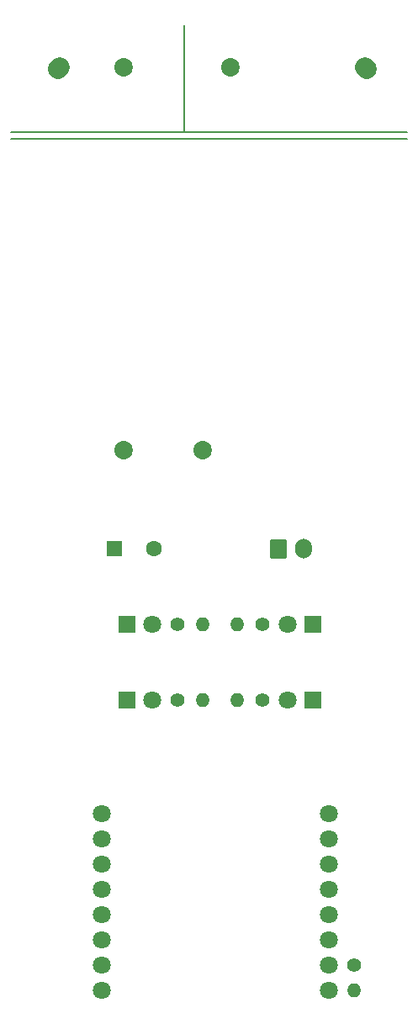
<source format=gbr>
G04 #@! TF.GenerationSoftware,KiCad,Pcbnew,(5.0.0)*
G04 #@! TF.CreationDate,2019-02-10T16:52:55+01:00*
G04 #@! TF.ProjectId,MrReflow,4D725265666C6F772E6B696361645F70,rev?*
G04 #@! TF.SameCoordinates,Original*
G04 #@! TF.FileFunction,Copper,L1,Top,Signal*
G04 #@! TF.FilePolarity,Positive*
%FSLAX46Y46*%
G04 Gerber Fmt 4.6, Leading zero omitted, Abs format (unit mm)*
G04 Created by KiCad (PCBNEW (5.0.0)) date 02/10/19 16:52:55*
%MOMM*%
%LPD*%
G01*
G04 APERTURE LIST*
G04 #@! TA.AperFunction,ComponentPad*
%ADD10C,2.000000*%
G04 #@! TD*
G04 #@! TA.AperFunction,ComponentPad*
%ADD11C,1.860000*%
G04 #@! TD*
G04 #@! TA.AperFunction,ComponentPad*
%ADD12C,1.600000*%
G04 #@! TD*
G04 #@! TA.AperFunction,ComponentPad*
%ADD13R,1.600000X1.600000*%
G04 #@! TD*
G04 #@! TA.AperFunction,Conductor*
%ADD14C,0.100000*%
G04 #@! TD*
G04 #@! TA.AperFunction,ComponentPad*
%ADD15C,1.700000*%
G04 #@! TD*
G04 #@! TA.AperFunction,ComponentPad*
%ADD16O,1.700000X2.000000*%
G04 #@! TD*
G04 #@! TA.AperFunction,ComponentPad*
%ADD17C,1.800000*%
G04 #@! TD*
G04 #@! TA.AperFunction,ComponentPad*
%ADD18R,1.800000X1.800000*%
G04 #@! TD*
G04 #@! TA.AperFunction,ComponentPad*
%ADD19C,1.400000*%
G04 #@! TD*
G04 #@! TA.AperFunction,ComponentPad*
%ADD20O,1.400000X1.400000*%
G04 #@! TD*
G04 #@! TA.AperFunction,Conductor*
%ADD21C,0.200000*%
G04 #@! TD*
G04 #@! TA.AperFunction,Conductor*
%ADD22C,2.000000*%
G04 #@! TD*
G04 APERTURE END LIST*
D10*
G04 #@! TO.P,H2,1*
G04 #@! TO.N,Net-(H2-Pad1)*
X179070000Y-40640000D03*
G04 #@! TD*
G04 #@! TO.P,H1,1*
G04 #@! TO.N,Net-(H1-Pad1)*
X147955000Y-40640000D03*
G04 #@! TD*
D11*
G04 #@! TO.P,U1,AC/L*
G04 #@! TO.N,Net-(H1-Pad1)*
X154580000Y-40440000D03*
G04 #@! TO.P,U1,AC/N*
G04 #@! TO.N,Net-(H2-Pad1)*
X165330000Y-40440000D03*
G04 #@! TO.P,U1,VNEG*
G04 #@! TO.N,Net-(BZ1-Pad2)*
X154580000Y-78940000D03*
G04 #@! TO.P,U1,VPOS*
G04 #@! TO.N,Net-(U1-PadVPOS)*
X162580000Y-78940000D03*
G04 #@! TD*
D12*
G04 #@! TO.P,BZ1,2*
G04 #@! TO.N,Net-(BZ1-Pad2)*
X157670000Y-88900000D03*
D13*
G04 #@! TO.P,BZ1,1*
G04 #@! TO.N,Net-(BZ1-Pad1)*
X153670000Y-88900000D03*
G04 #@! TD*
D14*
G04 #@! TO.N,Net-(BZ1-Pad2)*
G04 #@! TO.C,R6*
G36*
X170804504Y-87901204D02*
X170828773Y-87904804D01*
X170852571Y-87910765D01*
X170875671Y-87919030D01*
X170897849Y-87929520D01*
X170918893Y-87942133D01*
X170938598Y-87956747D01*
X170956777Y-87973223D01*
X170973253Y-87991402D01*
X170987867Y-88011107D01*
X171000480Y-88032151D01*
X171010970Y-88054329D01*
X171019235Y-88077429D01*
X171025196Y-88101227D01*
X171028796Y-88125496D01*
X171030000Y-88150000D01*
X171030000Y-89650000D01*
X171028796Y-89674504D01*
X171025196Y-89698773D01*
X171019235Y-89722571D01*
X171010970Y-89745671D01*
X171000480Y-89767849D01*
X170987867Y-89788893D01*
X170973253Y-89808598D01*
X170956777Y-89826777D01*
X170938598Y-89843253D01*
X170918893Y-89857867D01*
X170897849Y-89870480D01*
X170875671Y-89880970D01*
X170852571Y-89889235D01*
X170828773Y-89895196D01*
X170804504Y-89898796D01*
X170780000Y-89900000D01*
X169580000Y-89900000D01*
X169555496Y-89898796D01*
X169531227Y-89895196D01*
X169507429Y-89889235D01*
X169484329Y-89880970D01*
X169462151Y-89870480D01*
X169441107Y-89857867D01*
X169421402Y-89843253D01*
X169403223Y-89826777D01*
X169386747Y-89808598D01*
X169372133Y-89788893D01*
X169359520Y-89767849D01*
X169349030Y-89745671D01*
X169340765Y-89722571D01*
X169334804Y-89698773D01*
X169331204Y-89674504D01*
X169330000Y-89650000D01*
X169330000Y-88150000D01*
X169331204Y-88125496D01*
X169334804Y-88101227D01*
X169340765Y-88077429D01*
X169349030Y-88054329D01*
X169359520Y-88032151D01*
X169372133Y-88011107D01*
X169386747Y-87991402D01*
X169403223Y-87973223D01*
X169421402Y-87956747D01*
X169441107Y-87942133D01*
X169462151Y-87929520D01*
X169484329Y-87919030D01*
X169507429Y-87910765D01*
X169531227Y-87904804D01*
X169555496Y-87901204D01*
X169580000Y-87900000D01*
X170780000Y-87900000D01*
X170804504Y-87901204D01*
X170804504Y-87901204D01*
G37*
D15*
G04 #@! TD*
G04 #@! TO.P,R6,1*
G04 #@! TO.N,Net-(BZ1-Pad2)*
X170180000Y-88900000D03*
D16*
G04 #@! TO.P,R6,2*
G04 #@! TO.N,Net-(R5-Pad1)*
X172680000Y-88900000D03*
G04 #@! TD*
D17*
G04 #@! TO.P,D4,2*
G04 #@! TO.N,Net-(D4-Pad2)*
X157480000Y-104140000D03*
D18*
G04 #@! TO.P,D4,1*
G04 #@! TO.N,Net-(D4-Pad1)*
X154940000Y-104140000D03*
G04 #@! TD*
G04 #@! TO.P,D3,1*
G04 #@! TO.N,Net-(D3-Pad1)*
X173675505Y-104140000D03*
D17*
G04 #@! TO.P,D3,2*
G04 #@! TO.N,Net-(D3-Pad2)*
X171135505Y-104140000D03*
G04 #@! TD*
G04 #@! TO.P,D2,2*
G04 #@! TO.N,Net-(D2-Pad2)*
X171135505Y-96520000D03*
D18*
G04 #@! TO.P,D2,1*
G04 #@! TO.N,Net-(D2-Pad1)*
X173675505Y-96520000D03*
G04 #@! TD*
G04 #@! TO.P,D1,1*
G04 #@! TO.N,Net-(D1-Pad1)*
X154940000Y-96520000D03*
D17*
G04 #@! TO.P,D1,2*
G04 #@! TO.N,Net-(D1-Pad2)*
X157480000Y-96520000D03*
G04 #@! TD*
D19*
G04 #@! TO.P,R5,1*
G04 #@! TO.N,Net-(R5-Pad1)*
X177800000Y-130810000D03*
D20*
G04 #@! TO.P,R5,2*
G04 #@! TO.N,Net-(R5-Pad2)*
X177800000Y-133350000D03*
G04 #@! TD*
G04 #@! TO.P,R4,2*
G04 #@! TO.N,Net-(BZ1-Pad2)*
X162560000Y-104140000D03*
D19*
G04 #@! TO.P,R4,1*
G04 #@! TO.N,Net-(D4-Pad2)*
X160020000Y-104140000D03*
G04 #@! TD*
G04 #@! TO.P,R3,1*
G04 #@! TO.N,Net-(D3-Pad2)*
X168595505Y-104140000D03*
D20*
G04 #@! TO.P,R3,2*
G04 #@! TO.N,Net-(BZ1-Pad2)*
X166055505Y-104140000D03*
G04 #@! TD*
G04 #@! TO.P,R2,2*
G04 #@! TO.N,Net-(BZ1-Pad2)*
X166055505Y-96520000D03*
D19*
G04 #@! TO.P,R2,1*
G04 #@! TO.N,Net-(D2-Pad2)*
X168595505Y-96520000D03*
G04 #@! TD*
G04 #@! TO.P,R1,1*
G04 #@! TO.N,Net-(D1-Pad2)*
X160020000Y-96520000D03*
D20*
G04 #@! TO.P,R1,2*
G04 #@! TO.N,Net-(BZ1-Pad2)*
X162560000Y-96520000D03*
G04 #@! TD*
D17*
G04 #@! TO.P,U2,8*
G04 #@! TO.N,Net-(U2-Pad8)*
X152400000Y-115570000D03*
G04 #@! TO.P,U2,7*
G04 #@! TO.N,Net-(U2-Pad7)*
X152400000Y-118110000D03*
G04 #@! TO.P,U2,6*
G04 #@! TO.N,Net-(BZ1-Pad1)*
X152400000Y-120650000D03*
G04 #@! TO.P,U2,5*
G04 #@! TO.N,Net-(U2-Pad5)*
X152400000Y-123190000D03*
G04 #@! TO.P,U2,4*
G04 #@! TO.N,Net-(U2-Pad4)*
X152400000Y-125730000D03*
G04 #@! TO.P,U2,3*
G04 #@! TO.N,Net-(U2-Pad3)*
X152400000Y-128270000D03*
G04 #@! TO.P,U2,2*
G04 #@! TO.N,Net-(BZ1-Pad2)*
X152400000Y-130810000D03*
G04 #@! TO.P,U2,1*
G04 #@! TO.N,Net-(U1-PadVPOS)*
X152400000Y-133350000D03*
G04 #@! TO.P,U2,16*
G04 #@! TO.N,Net-(R5-Pad2)*
X175260000Y-133350000D03*
G04 #@! TO.P,U2,15*
G04 #@! TO.N,Net-(D1-Pad1)*
X175260000Y-130810000D03*
G04 #@! TO.P,U2,14*
G04 #@! TO.N,Net-(D4-Pad1)*
X175260000Y-128270000D03*
G04 #@! TO.P,U2,13*
G04 #@! TO.N,Net-(D3-Pad1)*
X175260000Y-125730000D03*
G04 #@! TO.P,U2,12*
G04 #@! TO.N,Net-(D2-Pad1)*
X175260000Y-123190000D03*
G04 #@! TO.P,U2,11*
G04 #@! TO.N,Net-(U2-Pad11)*
X175260000Y-120650000D03*
G04 #@! TO.P,U2,10*
G04 #@! TO.N,Net-(R5-Pad1)*
X175260000Y-118110000D03*
G04 #@! TO.P,U2,9*
G04 #@! TO.N,Net-(U2-Pad9)*
X175260000Y-115570000D03*
G04 #@! TD*
D21*
G04 #@! TO.N,*
X144145000Y-46990000D02*
X143250010Y-46990000D01*
X160020000Y-46990000D02*
X144145000Y-46990000D01*
X158115000Y-47625000D02*
X183139990Y-47625000D01*
X183139990Y-47625000D02*
X143250010Y-47625000D01*
X143250010Y-47625000D02*
X143510000Y-47625000D01*
X160655000Y-46355000D02*
X160655000Y-36195000D01*
X160020000Y-46990000D02*
X160655000Y-46990000D01*
X160655000Y-36195000D02*
X160655000Y-46990000D01*
X160655000Y-46990000D02*
X183139990Y-46990000D01*
D22*
G04 #@! TO.N,Net-(H1-Pad1)*
X148155000Y-40440000D02*
X147955000Y-40640000D01*
G04 #@! TO.N,Net-(H2-Pad1)*
X178870000Y-40440000D02*
X179070000Y-40640000D01*
G04 #@! TD*
M02*

</source>
